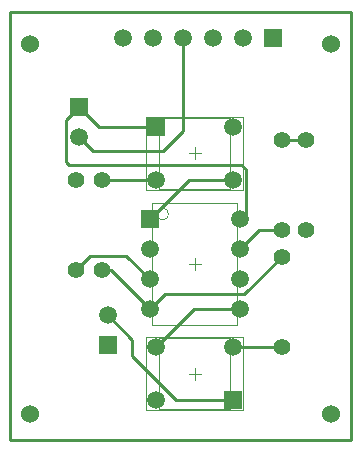
<source format=gbl>
G04*
G04 #@! TF.GenerationSoftware,Altium Limited,Altium Designer,21.2.2 (38)*
G04*
G04 Layer_Physical_Order=2*
G04 Layer_Color=16711680*
%FSLAX25Y25*%
%MOIN*%
G70*
G04*
G04 #@! TF.SameCoordinates,E4463E13-6215-4CEB-9C32-E63C6DB71CC8*
G04*
G04*
G04 #@! TF.FilePolarity,Positive*
G04*
G01*
G75*
%ADD13C,0.01000*%
%ADD14C,0.00394*%
%ADD15C,0.00197*%
%ADD21C,0.06000*%
%ADD22R,0.05906X0.05906*%
%ADD23C,0.05906*%
%ADD24C,0.05512*%
%ADD25R,0.05906X0.05906*%
D13*
X314642Y404358D02*
X333705D01*
X308000Y411000D02*
X314642Y404358D01*
X308000Y401000D02*
X312600Y396400D01*
X336000D01*
X342500Y402900D01*
Y434000D01*
X307000Y356500D02*
X311700Y361200D01*
X323800D01*
X331500Y353500D01*
X368000Y370000D02*
X375500D01*
X361500Y363500D02*
X368000Y370000D01*
X361500Y373500D02*
X363800Y375800D01*
Y390000D01*
X362300Y391500D02*
X363800Y390000D01*
X304500Y391500D02*
X362300D01*
X303500Y392500D02*
X304500Y391500D01*
X303500Y392500D02*
Y406500D01*
X308000Y411000D01*
X315500Y356500D02*
X318500D01*
X331500Y343500D01*
X317500Y341500D02*
X325600Y333400D01*
Y328000D02*
Y333400D01*
Y328000D02*
X340458Y313142D01*
X359295D01*
X331500Y373500D02*
X344642Y386642D01*
X359295D01*
X346347Y343500D02*
X361500D01*
X333705Y330858D02*
X346347Y343500D01*
X363000Y348500D02*
X375500Y361000D01*
X336500Y348500D02*
X363000D01*
X331500Y343500D02*
X336500Y348500D01*
X375500Y400000D02*
X383500D01*
X324642Y386642D02*
X333705D01*
X324500Y386500D02*
X324642Y386642D01*
X315500Y386500D02*
X324500D01*
X367442Y331000D02*
X375500D01*
X367300Y330858D02*
X367442Y331000D01*
X359295Y330858D02*
X367300D01*
X285000Y300000D02*
X398500D01*
X285000Y442500D02*
X398500D01*
Y300000D02*
Y442500D01*
X285000Y300000D02*
Y442500D01*
D14*
X337839Y375232D02*
G03*
X337839Y375232I-1969J0D01*
G01*
X334709Y383709D02*
X358291D01*
Y407291D01*
X334709D02*
X358291D01*
X334709Y383709D02*
Y407291D01*
Y333791D02*
X358291D01*
X334709Y310209D02*
Y333791D01*
Y310209D02*
X358291D01*
Y333791D01*
X332327Y338224D02*
Y378776D01*
X360673Y338224D02*
Y378776D01*
X332327D02*
X360673D01*
X332327Y338224D02*
X360673D01*
X344531Y395500D02*
X348469D01*
X346500Y393532D02*
Y397469D01*
X344532Y322000D02*
X348469D01*
X346500Y320031D02*
Y323969D01*
X344532Y358500D02*
X348469D01*
X346500Y356532D02*
Y360469D01*
D15*
X330358Y383295D02*
X362642D01*
X330358D02*
Y407705D01*
X362642D01*
Y383295D02*
Y407705D01*
X330358Y334205D02*
X362642D01*
Y309795D02*
Y334205D01*
X330358Y309795D02*
X362642D01*
X330358D02*
Y334205D01*
D21*
X291500Y308500D02*
D03*
X392000D02*
D03*
Y432000D02*
D03*
X291500D02*
D03*
D22*
X317500Y331500D02*
D03*
X308000Y411000D02*
D03*
D23*
X317500Y341500D02*
D03*
X333705Y386642D02*
D03*
X359295D02*
D03*
Y404358D02*
D03*
X362500Y434000D02*
D03*
X352500D02*
D03*
X342500D02*
D03*
X332500D02*
D03*
X322500D02*
D03*
X308000Y401000D02*
D03*
X359295Y330858D02*
D03*
X333705D02*
D03*
Y313142D02*
D03*
X331500Y363500D02*
D03*
Y353500D02*
D03*
Y343500D02*
D03*
X361500Y373500D02*
D03*
Y363500D02*
D03*
Y353500D02*
D03*
Y343500D02*
D03*
D24*
X375500Y361000D02*
D03*
Y331000D02*
D03*
X383500Y370000D02*
D03*
Y400000D02*
D03*
X375500D02*
D03*
Y370000D02*
D03*
X307000Y356500D02*
D03*
Y386500D02*
D03*
X315500Y356500D02*
D03*
Y386500D02*
D03*
D25*
X333705Y404358D02*
D03*
X372500Y434000D02*
D03*
X359295Y313142D02*
D03*
X331500Y373500D02*
D03*
M02*

</source>
